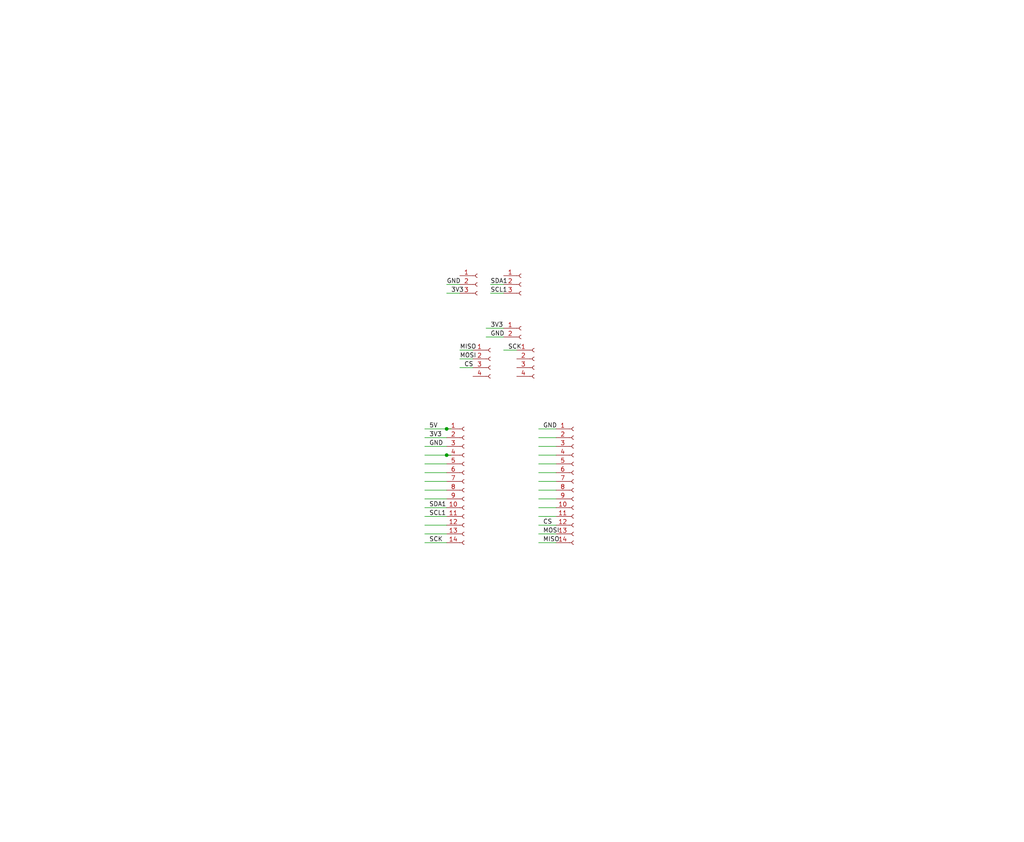
<source format=kicad_sch>
(kicad_sch (version 20250114) (generator "eeschema") (generator_version "9.0")
  (paper "User" 297.002 244.323)
  (lib_symbols
    (symbol "Connector:Conn_01x02_Socket" (pin_names (offset 1.016) (hide yes))
      (property "Reference" "J" (at 0 2.54 0))
      (property "Value" "Conn_01x02_Socket" (at 0 -5.08 0))
      (symbol "Conn_01x02_Socket_1_1"
        (polyline (pts (xy -1.27 0) (xy -0.508 0)) (stroke (width 0.1524)))
        (polyline (pts (xy -1.27 -2.54) (xy -0.508 -2.54)) (stroke (width 0.1524)))
        (arc (start 0 -0.508) (mid -0.5058 0) (end 0 0.508) (stroke (width 0.1524)))
        (arc (start 0 -3.048) (mid -0.5058 -2.54) (end 0 -2.032) (stroke (width 0.1524)))
        (pin passive line (at -5.08 0 0) (length 3.81) (name "Pin_1") (number "1"))
        (pin passive line (at -5.08 -2.54 0) (length 3.81) (name "Pin_2") (number "2"))
      )
    )
    (symbol "Connector:Conn_01x03_Socket" (pin_names (offset 1.016) (hide yes))
      (property "Reference" "J" (at 0 5.08 0))
      (property "Value" "Conn_01x03_Socket" (at 0 -5.08 0))
      (symbol "Conn_01x03_Socket_1_1"
        (polyline (pts (xy -1.27 2.54) (xy -0.508 2.54)) (stroke (width 0.1524)))
        (polyline (pts (xy -1.27 0) (xy -0.508 0)) (stroke (width 0.1524)))
        (polyline (pts (xy -1.27 -2.54) (xy -0.508 -2.54)) (stroke (width 0.1524)))
        (arc (start 0 2.032) (mid -0.5058 2.54) (end 0 3.048) (stroke (width 0.1524)))
        (arc (start 0 -0.508) (mid -0.5058 0) (end 0 0.508) (stroke (width 0.1524)))
        (arc (start 0 -3.048) (mid -0.5058 -2.54) (end 0 -2.032) (stroke (width 0.1524)))
        (pin passive line (at -5.08 2.54 0) (length 3.81) (name "Pin_1") (number "1"))
        (pin passive line (at -5.08 0 0) (length 3.81) (name "Pin_2") (number "2"))
        (pin passive line (at -5.08 -2.54 0) (length 3.81) (name "Pin_3") (number "3"))
      )
    )
    (symbol "Connector:Conn_01x04_Socket" (pin_names (offset 1.016) (hide yes))
      (property "Reference" "J" (at 0 5.08 0))
      (property "Value" "Conn_01x04_Socket" (at 0 -7.62 0))
      (symbol "Conn_01x04_Socket_1_1"
        (polyline (pts (xy -1.27 2.54) (xy -0.508 2.54)) (stroke (width 0.1524)))
        (polyline (pts (xy -1.27 0) (xy -0.508 0)) (stroke (width 0.1524)))
        (polyline (pts (xy -1.27 -2.54) (xy -0.508 -2.54)) (stroke (width 0.1524)))
        (polyline (pts (xy -1.27 -5.08) (xy -0.508 -5.08)) (stroke (width 0.1524)))
        (arc (start 0 2.032) (mid -0.5058 2.54) (end 0 3.048) (stroke (width 0.1524)))
        (arc (start 0 -0.508) (mid -0.5058 0) (end 0 0.508) (stroke (width 0.1524)))
        (arc (start 0 -3.048) (mid -0.5058 -2.54) (end 0 -2.032) (stroke (width 0.1524)))
        (arc (start 0 -5.588) (mid -0.5058 -5.08) (end 0 -4.572) (stroke (width 0.1524)))
        (pin passive line (at -5.08 2.54 0) (length 3.81) (name "Pin_1") (number "1"))
        (pin passive line (at -5.08 0 0) (length 3.81) (name "Pin_2") (number "2"))
        (pin passive line (at -5.08 -2.54 0) (length 3.81) (name "Pin_3") (number "3"))
        (pin passive line (at -5.08 -5.08 0) (length 3.81) (name "Pin_4") (number "4"))
      )
    )
    (symbol "Connector:Conn_01x14_Socket" (pin_names (offset 1.016) (hide yes))
      (property "Reference" "J" (at 0 17.78 0))
      (property "Value" "Conn_01x14_Socket" (at 0 -20.32 0))
      (symbol "Conn_01x14_Socket_1_1"
        (polyline (pts (xy -1.27 15.24) (xy -0.508 15.24)) (stroke (width 0.1524)))
        (polyline (pts (xy -1.27 12.7) (xy -0.508 12.7)) (stroke (width 0.1524)))
        (polyline (pts (xy -1.27 10.16) (xy -0.508 10.16)) (stroke (width 0.1524)))
        (polyline (pts (xy -1.27 7.62) (xy -0.508 7.62)) (stroke (width 0.1524)))
        (polyline (pts (xy -1.27 5.08) (xy -0.508 5.08)) (stroke (width 0.1524)))
        (polyline (pts (xy -1.27 2.54) (xy -0.508 2.54)) (stroke (width 0.1524)))
        (polyline (pts (xy -1.27 0) (xy -0.508 0)) (stroke (width 0.1524)))
        (polyline (pts (xy -1.27 -2.54) (xy -0.508 -2.54)) (stroke (width 0.1524)))
        (polyline (pts (xy -1.27 -5.08) (xy -0.508 -5.08)) (stroke (width 0.1524)))
        (polyline (pts (xy -1.27 -7.62) (xy -0.508 -7.62)) (stroke (width 0.1524)))
        (polyline (pts (xy -1.27 -10.16) (xy -0.508 -10.16)) (stroke (width 0.1524)))
        (polyline (pts (xy -1.27 -12.7) (xy -0.508 -12.7)) (stroke (width 0.1524)))
        (polyline (pts (xy -1.27 -15.24) (xy -0.508 -15.24)) (stroke (width 0.1524)))
        (polyline (pts (xy -1.27 -17.78) (xy -0.508 -17.78)) (stroke (width 0.1524)))
        (arc (start 0 14.732) (mid -0.5058 15.24) (end 0 15.748) (stroke (width 0.1524)))
        (arc (start 0 12.192) (mid -0.5058 12.7) (end 0 13.208) (stroke (width 0.1524)))
        (arc (start 0 9.652) (mid -0.5058 10.16) (end 0 10.668) (stroke (width 0.1524)))
        (arc (start 0 7.112) (mid -0.5058 7.62) (end 0 8.128) (stroke (width 0.1524)))
        (arc (start 0 4.572) (mid -0.5058 5.08) (end 0 5.588) (stroke (width 0.1524)))
        (arc (start 0 2.032) (mid -0.5058 2.54) (end 0 3.048) (stroke (width 0.1524)))
        (arc (start 0 -0.508) (mid -0.5058 0) (end 0 0.508) (stroke (width 0.1524)))
        (arc (start 0 -3.048) (mid -0.5058 -2.54) (end 0 -2.032) (stroke (width 0.1524)))
        (arc (start 0 -5.588) (mid -0.5058 -5.08) (end 0 -4.572) (stroke (width 0.1524)))
        (arc (start 0 -8.128) (mid -0.5058 -7.62) (end 0 -7.112) (stroke (width 0.1524)))
        (arc (start 0 -10.668) (mid -0.5058 -10.16) (end 0 -9.652) (stroke (width 0.1524)))
        (arc (start 0 -13.208) (mid -0.5058 -12.7) (end 0 -12.192) (stroke (width 0.1524)))
        (arc (start 0 -15.748) (mid -0.5058 -15.24) (end 0 -14.732) (stroke (width 0.1524)))
        (arc (start 0 -18.288) (mid -0.5058 -17.78) (end 0 -17.272) (stroke (width 0.1524)))
        (pin passive line (at -5.08 15.24 0) (length 3.81) (name "Pin_1") (number "1"))
        (pin passive line (at -5.08 12.7 0) (length 3.81) (name "Pin_2") (number "2"))
        (pin passive line (at -5.08 10.16 0) (length 3.81) (name "Pin_3") (number "3"))
        (pin passive line (at -5.08 7.62 0) (length 3.81) (name "Pin_4") (number "4"))
        (pin passive line (at -5.08 5.08 0) (length 3.81) (name "Pin_5") (number "5"))
        (pin passive line (at -5.08 2.54 0) (length 3.81) (name "Pin_6") (number "6"))
        (pin passive line (at -5.08 0 0) (length 3.81) (name "Pin_7") (number "7"))
        (pin passive line (at -5.08 -2.54 0) (length 3.81) (name "Pin_8") (number "8"))
        (pin passive line (at -5.08 -5.08 0) (length 3.81) (name "Pin_9") (number "9"))
        (pin passive line (at -5.08 -7.62 0) (length 3.81) (name "Pin_10") (number "10"))
        (pin passive line (at -5.08 -10.16 0) (length 3.81) (name "Pin_11") (number "11"))
        (pin passive line (at -5.08 -12.7 0) (length 3.81) (name "Pin_12") (number "12"))
        (pin passive line (at -5.08 -15.24 0) (length 3.81) (name "Pin_13") (number "13"))
        (pin passive line (at -5.08 -17.78 0) (length 3.81) (name "Pin_14") (number "14"))
      )
    )
  )
  (junction (at 129.54 124.46))
  (junction (at 129.54 132.08))
  (wire (pts (xy 123.19 132.08) (xy 129.54 132.08)))
  (wire (pts (xy 123.19 157.48) (xy 129.54 157.48)))
  (wire (pts (xy 142.24 82.55) (xy 146.05 82.55)))
  (wire (pts (xy 156.21 149.86) (xy 161.29 149.86)))
  (wire (pts (xy 133.35 101.6) (xy 137.16 101.6)))
  (wire (pts (xy 123.19 154.94) (xy 129.54 154.94)))
  (wire (pts (xy 123.19 149.86) (xy 129.54 149.86)))
  (wire (pts (xy 123.19 129.54) (xy 129.54 129.54)))
  (wire (pts (xy 156.21 132.08) (xy 161.29 132.08)))
  (wire (pts (xy 156.21 144.78) (xy 161.29 144.78)))
  (wire (pts (xy 123.19 152.4) (xy 129.54 152.4)))
  (wire (pts (xy 156.21 127) (xy 161.29 127)))
  (wire (pts (xy 123.19 124.46) (xy 129.54 124.46)))
  (wire (pts (xy 156.21 139.7) (xy 161.29 139.7)))
  (wire (pts (xy 146.05 101.6) (xy 149.86 101.6)))
  (wire (pts (xy 123.19 142.24) (xy 129.54 142.24)))
  (wire (pts (xy 140.97 97.79) (xy 146.05 97.79)))
  (wire (pts (xy 133.35 106.68) (xy 137.16 106.68)))
  (wire (pts (xy 129.54 124.46) (xy 130.81 124.46)))
  (wire (pts (xy 156.21 152.4) (xy 161.29 152.4)))
  (wire (pts (xy 123.19 134.62) (xy 129.54 134.62)))
  (wire (pts (xy 123.19 147.32) (xy 129.54 147.32)))
  (wire (pts (xy 156.21 134.62) (xy 161.29 134.62)))
  (wire (pts (xy 156.21 154.94) (xy 161.29 154.94)))
  (wire (pts (xy 123.19 137.16) (xy 129.54 137.16)))
  (wire (pts (xy 142.24 85.09) (xy 146.05 85.09)))
  (wire (pts (xy 129.54 82.55) (xy 133.35 82.55)))
  (wire (pts (xy 156.21 129.54) (xy 161.29 129.54)))
  (wire (pts (xy 156.21 142.24) (xy 161.29 142.24)))
  (wire (pts (xy 156.21 147.32) (xy 161.29 147.32)))
  (wire (pts (xy 129.54 85.09) (xy 133.35 85.09)))
  (wire (pts (xy 123.19 139.7) (xy 129.54 139.7)))
  (wire (pts (xy 123.19 144.78) (xy 129.54 144.78)))
  (wire (pts (xy 140.97 95.25) (xy 146.05 95.25)))
  (wire (pts (xy 156.21 137.16) (xy 161.29 137.16)))
  (wire (pts (xy 156.21 157.48) (xy 161.29 157.48)))
  (wire (pts (xy 123.19 127) (xy 129.54 127)))
  (wire (pts (xy 133.35 104.14) (xy 137.16 104.14)))
  (wire (pts (xy 156.21 124.46) (xy 161.29 124.46)))
  (wire (pts (xy 129.54 132.08) (xy 130.81 132.08)))
  (label "5V" (at 124.46 124.46 0))
  (label "SCK" (at 147.32 101.6 0))
  (label "MISO" (at 157.48 157.48 0))
  (label "3V3" (at 130.81 85.09 0))
  (label "GND" (at 124.46 129.54 0))
  (label "SCL1" (at 142.24 85.09 0))
  (label "SDA1" (at 142.24 82.55 0))
  (label "GND" (at 129.54 82.55 0))
  (label "3V3" (at 124.46 127 0))
  (label "CS" (at 134.62 106.68 0))
  (label "CS" (at 157.48 152.4 0))
  (label "SCL1" (at 124.46 149.86 0))
  (label "GND" (at 142.24 97.79 0))
  (label "GND" (at 157.48 124.46 0))
  (label "SDA1" (at 124.46 147.32 0))
  (label "MOSI" (at 157.48 154.94 0))
  (label "3V3" (at 142.24 95.25 0))
  (label "MISO" (at 133.35 101.6 0))
  (label "MOSI" (at 133.35 104.14 0))
  (label "SCK" (at 124.46 157.48 0))
  (symbol (lib_id "Connector:Conn_01x14_Socket") (at 166.37 139.7 0) (unit 1)
    (property "Reference" "J5" (effects (hide yes)))
    (property "Value" "Conn_01x14_Socket" (effects (hide yes)))
    (property "Footprint" "Connector_PinSocket_2.54mm:PinSocket_1x14_P2.54mm_Vertical" (effects (hide yes)))
    (property "Description" "Generic connector, single row, 01x14, script generated" (effects (hide yes)))
  )
  (symbol (lib_id "Connector:Conn_01x04_Socket") (at 154.94 104.14 0) (unit 1)
    (property "Reference" "J1" (effects (hide yes)))
    (property "Value" "Conn_01x04_Socket" (effects (hide yes)))
    (property "Footprint" "Connector_PinSocket_2.54mm:PinSocket_1x04_P2.54mm_Vertical" (effects (hide yes)))
    (property "Description" "Generic connector, single row, 01x04, script generated" (effects (hide yes)))
  )
  (symbol (lib_id "Connector:Conn_01x14_Socket") (at 134.62 139.7 0) (unit 1)
    (property "Reference" "J4" (effects (hide yes)))
    (property "Value" "Conn_01x14_Socket" (effects (hide yes)))
    (property "Footprint" "Connector_PinSocket_2.54mm:PinSocket_1x14_P2.54mm_Vertical" (effects (hide yes)))
    (property "Description" "Generic connector, single row, 01x14, script generated" (effects (hide yes)))
  )
  (symbol (lib_id "Connector:Conn_01x04_Socket") (at 142.24 104.14 0) (unit 1)
    (property "Reference" "J6" (effects (hide yes)))
    (property "Value" "Conn_01x04_Socket" (effects (hide yes)))
    (property "Footprint" "Connector_PinSocket_2.54mm:PinSocket_1x04_P2.54mm_Vertical" (effects (hide yes)))
    (property "Description" "Generic connector, single row, 01x04, script generated" (effects (hide yes)))
  )
  (symbol (lib_id "Connector:Conn_01x03_Socket") (at 151.13 82.55 0) (unit 1)
    (property "Reference" "J7" (effects (hide yes)))
    (property "Value" "Conn_01x03_Socket" (effects (hide yes)))
    (property "Footprint" "Connector_PinSocket_2.54mm:PinSocket_1x03_P2.54mm_Vertical" (effects (hide yes)))
    (property "Description" "Generic connector, single row, 01x03, script generated" (effects (hide yes)))
  )
  (symbol (lib_id "Connector:Conn_01x02_Socket") (at 151.13 95.25 0) (unit 1)
    (property "Reference" "J3" (effects (hide yes)))
    (property "Value" "Conn_01x02_Socket" (effects (hide yes)))
    (property "Footprint" "Connector_PinSocket_2.54mm:PinSocket_1x02_P2.54mm_Vertical" (effects (hide yes)))
    (property "Description" "Generic connector, single row, 01x02, script generated" (effects (hide yes)))
  )
  (symbol (lib_id "Connector:Conn_01x03_Socket") (at 138.43 82.55 0) (unit 1)
    (property "Reference" "J2" (effects (hide yes)))
    (property "Value" "Conn_01x03_Socket" (effects (hide yes)))
    (property "Footprint" "Connector_PinSocket_2.54mm:PinSocket_1x03_P2.54mm_Vertical" (effects (hide yes)))
    (property "Description" "Generic connector, single row, 01x03, script generated" (effects (hide yes)))
  )
)
</source>
